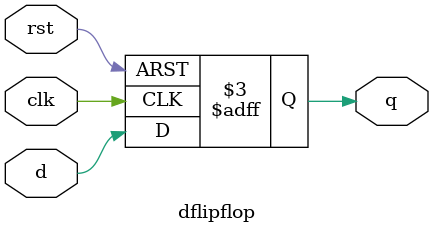
<source format=v>

module dflipflop(
  input d, 
  input clk, 
  input rst, 
  output reg q
);
  
  always@(posedge clk, negedge rst)
    begin
	if(!rst)
      	     q<=0;
        else
             q<=d;
    end
  
endmodule
</source>
